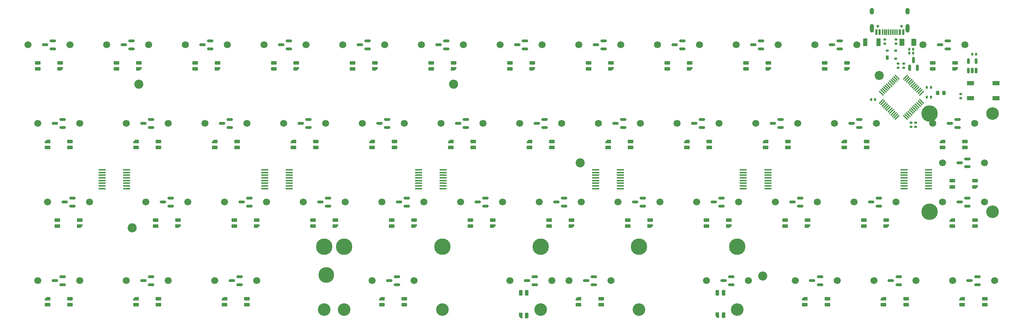
<source format=gbr>
%TF.GenerationSoftware,KiCad,Pcbnew,(7.0.0)*%
%TF.CreationDate,2023-09-24T22:25:07+02:00*%
%TF.ProjectId,vootington,766f6f74-696e-4677-946f-6e2e6b696361,rev?*%
%TF.SameCoordinates,Original*%
%TF.FileFunction,Soldermask,Bot*%
%TF.FilePolarity,Negative*%
%FSLAX46Y46*%
G04 Gerber Fmt 4.6, Leading zero omitted, Abs format (unit mm)*
G04 Created by KiCad (PCBNEW (7.0.0)) date 2023-09-24 22:25:07*
%MOMM*%
%LPD*%
G01*
G04 APERTURE LIST*
G04 Aperture macros list*
%AMRoundRect*
0 Rectangle with rounded corners*
0 $1 Rounding radius*
0 $2 $3 $4 $5 $6 $7 $8 $9 X,Y pos of 4 corners*
0 Add a 4 corners polygon primitive as box body*
4,1,4,$2,$3,$4,$5,$6,$7,$8,$9,$2,$3,0*
0 Add four circle primitives for the rounded corners*
1,1,$1+$1,$2,$3*
1,1,$1+$1,$4,$5*
1,1,$1+$1,$6,$7*
1,1,$1+$1,$8,$9*
0 Add four rect primitives between the rounded corners*
20,1,$1+$1,$2,$3,$4,$5,0*
20,1,$1+$1,$4,$5,$6,$7,0*
20,1,$1+$1,$6,$7,$8,$9,0*
20,1,$1+$1,$8,$9,$2,$3,0*%
%AMFreePoly0*
4,1,18,-0.410000,0.593000,-0.403758,0.624380,-0.385983,0.650983,-0.359380,0.668758,-0.328000,0.675000,0.328000,0.675000,0.359380,0.668758,0.385983,0.650983,0.403758,0.624380,0.410000,0.593000,0.410000,-0.593000,0.403758,-0.624380,0.385983,-0.650983,0.359380,-0.668758,0.328000,-0.675000,0.000000,-0.675000,-0.410000,-0.265000,-0.410000,0.593000,-0.410000,0.593000,$1*%
G04 Aperture macros list end*
%ADD10C,1.700000*%
%ADD11C,2.200000*%
%ADD12C,3.048000*%
%ADD13C,3.987800*%
%ADD14C,3.800000*%
%ADD15RoundRect,0.082000X-0.328000X-0.593000X0.328000X-0.593000X0.328000X0.593000X-0.328000X0.593000X0*%
%ADD16FreePoly0,0.000000*%
%ADD17RoundRect,0.150000X0.150000X-0.512500X0.150000X0.512500X-0.150000X0.512500X-0.150000X-0.512500X0*%
%ADD18RoundRect,0.150000X0.587500X0.150000X-0.587500X0.150000X-0.587500X-0.150000X0.587500X-0.150000X0*%
%ADD19R,1.778000X0.419100*%
%ADD20RoundRect,0.082000X-0.593000X0.328000X-0.593000X-0.328000X0.593000X-0.328000X0.593000X0.328000X0*%
%ADD21FreePoly0,270.000000*%
%ADD22RoundRect,0.082000X0.593000X-0.328000X0.593000X0.328000X-0.593000X0.328000X-0.593000X-0.328000X0*%
%ADD23FreePoly0,90.000000*%
%ADD24R,1.800000X1.100000*%
%ADD25RoundRect,0.075000X0.521491X-0.415425X-0.415425X0.521491X-0.521491X0.415425X0.415425X-0.521491X0*%
%ADD26RoundRect,0.075000X0.521491X0.415425X0.415425X0.521491X-0.521491X-0.415425X-0.415425X-0.521491X0*%
%ADD27RoundRect,0.140000X0.140000X0.170000X-0.140000X0.170000X-0.140000X-0.170000X0.140000X-0.170000X0*%
%ADD28RoundRect,0.135000X0.185000X-0.135000X0.185000X0.135000X-0.185000X0.135000X-0.185000X-0.135000X0*%
%ADD29RoundRect,0.140000X-0.170000X0.140000X-0.170000X-0.140000X0.170000X-0.140000X0.170000X0.140000X0*%
%ADD30R,0.700000X1.000000*%
%ADD31R,0.700000X0.600000*%
%ADD32RoundRect,0.140000X-0.140000X-0.170000X0.140000X-0.170000X0.140000X0.170000X-0.140000X0.170000X0*%
%ADD33C,0.650000*%
%ADD34R,0.600000X1.450000*%
%ADD35R,0.300000X1.450000*%
%ADD36O,1.000000X1.600000*%
%ADD37O,1.000000X2.100000*%
%ADD38RoundRect,0.140000X0.170000X-0.140000X0.170000X0.140000X-0.170000X0.140000X-0.170000X-0.140000X0*%
%ADD39RoundRect,0.250000X-0.275000X-0.700000X0.275000X-0.700000X0.275000X0.700000X-0.275000X0.700000X0*%
%ADD40RoundRect,0.225000X-0.225000X-0.250000X0.225000X-0.250000X0.225000X0.250000X-0.225000X0.250000X0*%
%ADD41RoundRect,0.150000X0.150000X-0.587500X0.150000X0.587500X-0.150000X0.587500X-0.150000X-0.587500X0*%
%ADD42RoundRect,0.250000X-0.375000X-0.625000X0.375000X-0.625000X0.375000X0.625000X-0.375000X0.625000X0*%
G04 APERTURE END LIST*
D10*
%TO.C,K_31*%
X155257500Y-79375000D03*
X165417500Y-79375000D03*
%TD*%
%TO.C,K_34*%
X212407500Y-79375000D03*
X222567500Y-79375000D03*
%TD*%
%TO.C,K_25*%
X36195000Y-79375000D03*
X46355000Y-79375000D03*
%TD*%
%TO.C,K_33*%
X193357500Y-79375000D03*
X203517500Y-79375000D03*
%TD*%
%TO.C,K_46*%
X255270000Y-98425000D03*
X265430000Y-98425000D03*
%TD*%
%TO.C,K_30*%
X136207500Y-79375000D03*
X146367500Y-79375000D03*
%TD*%
%TO.C,K_10*%
X202882500Y-41275000D03*
X213042500Y-41275000D03*
%TD*%
%TO.C,K_20*%
X169545000Y-60325000D03*
X179705000Y-60325000D03*
%TD*%
%TO.C,K_28*%
X98107500Y-79375000D03*
X108267500Y-79375000D03*
%TD*%
%TO.C,K_16*%
X93345000Y-60325000D03*
X103505000Y-60325000D03*
%TD*%
%TO.C,K_45*%
X236220000Y-98425000D03*
X246380000Y-98425000D03*
%TD*%
%TO.C,K_39*%
X76676250Y-98425000D03*
X86836250Y-98425000D03*
%TD*%
%TO.C,K_15*%
X74295000Y-60325000D03*
X84455000Y-60325000D03*
%TD*%
D11*
%TO.C,H4*%
X56715000Y-85573750D03*
%TD*%
D10*
%TO.C,K_26*%
X60007500Y-79375000D03*
X70167500Y-79375000D03*
%TD*%
%TO.C,K_35*%
X231457500Y-79375000D03*
X241617500Y-79375000D03*
%TD*%
%TO.C,K_17*%
X112395000Y-60325000D03*
X122555000Y-60325000D03*
%TD*%
%TO.C,K_23*%
X226695000Y-60325000D03*
X236855000Y-60325000D03*
%TD*%
%TO.C,K_3*%
X69532500Y-41275000D03*
X79692500Y-41275000D03*
%TD*%
%TO.C,K_32*%
X174307500Y-79375000D03*
X184467500Y-79375000D03*
%TD*%
%TO.C,K_37*%
X33813750Y-98425000D03*
X43973750Y-98425000D03*
%TD*%
%TO.C,K_12*%
X248126250Y-41275000D03*
X258286250Y-41275000D03*
%TD*%
%TO.C,K_4*%
X88582500Y-41275000D03*
X98742500Y-41275000D03*
%TD*%
%TO.C,K_27*%
X79057500Y-79375000D03*
X89217500Y-79375000D03*
%TD*%
%TO.C,K_8*%
X164782500Y-41275000D03*
X174942500Y-41275000D03*
%TD*%
%TO.C,K_1*%
X31432500Y-41275000D03*
X41592500Y-41275000D03*
%TD*%
D12*
%TO.C,S1*%
X131762500Y-105410000D03*
D13*
X131762500Y-90170000D03*
D12*
X107950000Y-105410000D03*
D13*
X107950000Y-90170000D03*
%TD*%
D11*
%TO.C,H7*%
X209309500Y-97302500D03*
%TD*%
D10*
%TO.C,K_40*%
X114776250Y-98425000D03*
X124936250Y-98425000D03*
%TD*%
%TO.C,K_9*%
X183832500Y-41275000D03*
X193992500Y-41275000D03*
%TD*%
%TO.C,K_11*%
X221932500Y-41275000D03*
X232092500Y-41275000D03*
%TD*%
D14*
%TO.C,H6*%
X103662500Y-97024000D03*
%TD*%
D13*
%TO.C,S4*%
X249713750Y-57943750D03*
X249713750Y-81756250D03*
D12*
X264953750Y-57943750D03*
X264953750Y-81756250D03*
%TD*%
D10*
%TO.C,K_18*%
X131445000Y-60325000D03*
X141605000Y-60325000D03*
%TD*%
%TO.C,K_41*%
X148107400Y-98425000D03*
X158267400Y-98425000D03*
%TD*%
%TO.C,K_13*%
X33813750Y-60325000D03*
X43973750Y-60325000D03*
%TD*%
%TO.C,K_5*%
X107632500Y-41275000D03*
X117792500Y-41275000D03*
%TD*%
%TO.C,K_36*%
X252888750Y-79375000D03*
X263048750Y-79375000D03*
%TD*%
D11*
%TO.C,H3*%
X237562500Y-48674000D03*
%TD*%
D12*
%TO.C,S2*%
X203193650Y-105410000D03*
D13*
X203193650Y-90170000D03*
D12*
X103181150Y-105410000D03*
D13*
X103181150Y-90170000D03*
%TD*%
D10*
%TO.C,K_6*%
X126682500Y-41275000D03*
X136842500Y-41275000D03*
%TD*%
%TO.C,K_42*%
X162401250Y-98425000D03*
X172561250Y-98425000D03*
%TD*%
%TO.C,K_29*%
X117157500Y-79375000D03*
X127317500Y-79375000D03*
%TD*%
%TO.C,K_47*%
X252888750Y-69850000D03*
X263048750Y-69850000D03*
%TD*%
%TO.C,K_22*%
X207645000Y-60325000D03*
X217805000Y-60325000D03*
%TD*%
%TO.C,K_21*%
X188595000Y-60325000D03*
X198755000Y-60325000D03*
%TD*%
%TO.C,K_14*%
X55245000Y-60325000D03*
X65405000Y-60325000D03*
%TD*%
%TO.C,K_44*%
X217170000Y-98425000D03*
X227330000Y-98425000D03*
%TD*%
%TO.C,K_24*%
X250507500Y-60325000D03*
X260667500Y-60325000D03*
%TD*%
%TO.C,K_19*%
X150495000Y-60325000D03*
X160655000Y-60325000D03*
%TD*%
%TO.C,K_43*%
X195738750Y-98425000D03*
X205898750Y-98425000D03*
%TD*%
%TO.C,K_7*%
X145732500Y-41275000D03*
X155892500Y-41275000D03*
%TD*%
D11*
%TO.C,H5*%
X165162500Y-69850000D03*
%TD*%
D10*
%TO.C,K_38*%
X55245000Y-98425000D03*
X65405000Y-98425000D03*
%TD*%
%TO.C,K_2*%
X50482500Y-41275000D03*
X60642500Y-41275000D03*
%TD*%
D12*
%TO.C,S3*%
X179387500Y-105410000D03*
D13*
X179387500Y-90170000D03*
D12*
X155575000Y-105410000D03*
D13*
X155575000Y-90170000D03*
%TD*%
D11*
%TO.C,H1*%
X58312500Y-50800000D03*
%TD*%
%TO.C,H2*%
X134512500Y-50800000D03*
%TD*%
D15*
%TO.C,D38*%
X152212750Y-101395000D03*
X150712750Y-101395000D03*
X152212750Y-106845000D03*
D16*
X150712749Y-106844999D03*
%TD*%
D17*
%TO.C,U46*%
X260982500Y-47492500D03*
X260032500Y-47492500D03*
X259082500Y-47492500D03*
X259082500Y-45217500D03*
X260982500Y-45217500D03*
%TD*%
D18*
%TO.C,U45*%
X258906250Y-68900000D03*
X258906250Y-70800000D03*
X257031250Y-69850000D03*
%TD*%
D19*
%TO.C,U53*%
X210569635Y-71563904D03*
X210569635Y-72214144D03*
X210569635Y-72864384D03*
X210569635Y-73514624D03*
X210569635Y-74159784D03*
X210569635Y-74810024D03*
X210569635Y-75460264D03*
X210569635Y-76110504D03*
X204620955Y-76110504D03*
X204620955Y-75460264D03*
X204620955Y-74810024D03*
X204620955Y-74159784D03*
X204620955Y-73514624D03*
X204620955Y-72864384D03*
X204620955Y-72214144D03*
X204620955Y-71563904D03*
%TD*%
D20*
%TO.C,D42*%
X41618750Y-104279000D03*
X41618750Y-102779000D03*
X36168750Y-104279000D03*
D21*
X36168749Y-102778999D03*
%TD*%
D18*
%TO.C,U43*%
X201756250Y-97475000D03*
X201756250Y-99375000D03*
X199881250Y-98425000D03*
%TD*%
D22*
%TO.C,D6*%
X109987500Y-45629000D03*
X109987500Y-47129000D03*
X115437500Y-45629000D03*
D23*
X115437499Y-47128999D03*
%TD*%
D18*
%TO.C,U39*%
X39831250Y-97475000D03*
X39831250Y-99375000D03*
X37956250Y-98425000D03*
%TD*%
D22*
%TO.C,D32*%
X38550000Y-83729000D03*
X38550000Y-85229000D03*
X44000000Y-83729000D03*
D23*
X43999999Y-85228999D03*
%TD*%
D18*
%TO.C,U9*%
X151750000Y-40325000D03*
X151750000Y-42225000D03*
X149875000Y-41275000D03*
%TD*%
D22*
%TO.C,D29*%
X214762500Y-83729000D03*
X214762500Y-85229000D03*
X220212500Y-83729000D03*
D23*
X220212499Y-85228999D03*
%TD*%
D20*
%TO.C,D45*%
X263075000Y-104279000D03*
X263075000Y-102779000D03*
X257625000Y-104279000D03*
D21*
X257624999Y-102778999D03*
%TD*%
D18*
%TO.C,U35*%
X85075000Y-78425000D03*
X85075000Y-80325000D03*
X83200000Y-79375000D03*
%TD*%
%TO.C,U48*%
X120793750Y-97475000D03*
X120793750Y-99375000D03*
X118918750Y-98425000D03*
%TD*%
D24*
%TO.C,SW1*%
X265831249Y-50537499D03*
X259631249Y-50537499D03*
X265831249Y-54237499D03*
X259631249Y-54237499D03*
%TD*%
D25*
%TO.C,U59*%
X247775376Y-54973788D03*
X247421822Y-55327342D03*
X247068269Y-55680895D03*
X246714715Y-56034449D03*
X246361162Y-56388002D03*
X246007609Y-56741555D03*
X245654055Y-57095109D03*
X245300502Y-57448662D03*
X244946949Y-57802215D03*
X244593395Y-58155769D03*
X244239842Y-58509322D03*
X243886288Y-58862876D03*
D26*
X241888712Y-58862876D03*
X241535158Y-58509322D03*
X241181605Y-58155769D03*
X240828051Y-57802215D03*
X240474498Y-57448662D03*
X240120945Y-57095109D03*
X239767391Y-56741555D03*
X239413838Y-56388002D03*
X239060285Y-56034449D03*
X238706731Y-55680895D03*
X238353178Y-55327342D03*
X237999624Y-54973788D03*
D25*
X237999624Y-52976212D03*
X238353178Y-52622658D03*
X238706731Y-52269105D03*
X239060285Y-51915551D03*
X239413838Y-51561998D03*
X239767391Y-51208445D03*
X240120945Y-50854891D03*
X240474498Y-50501338D03*
X240828051Y-50147785D03*
X241181605Y-49794231D03*
X241535158Y-49440678D03*
X241888712Y-49087124D03*
D26*
X243886288Y-49087124D03*
X244239842Y-49440678D03*
X244593395Y-49794231D03*
X244946949Y-50147785D03*
X245300502Y-50501338D03*
X245654055Y-50854891D03*
X246007609Y-51208445D03*
X246361162Y-51561998D03*
X246714715Y-51915551D03*
X247068269Y-52269105D03*
X247421822Y-52622658D03*
X247775376Y-52976212D03*
%TD*%
D22*
%TO.C,D10*%
X186187500Y-45629000D03*
X186187500Y-47129000D03*
X191637500Y-45629000D03*
D23*
X191637499Y-47128999D03*
%TD*%
D27*
%TO.C,C6*%
X245774634Y-42346718D03*
X244814634Y-42346718D03*
%TD*%
D20*
%TO.C,D40*%
X84481250Y-104279000D03*
X84481250Y-102779000D03*
X79031250Y-104279000D03*
D21*
X79031249Y-102778999D03*
%TD*%
D28*
%TO.C,R3*%
X238918750Y-40991250D03*
X238918750Y-39971250D03*
%TD*%
D29*
%TO.C,C29*%
X246345055Y-60165152D03*
X246345055Y-61125152D03*
%TD*%
D20*
%TO.C,D18*%
X63050000Y-66179000D03*
X63050000Y-64679000D03*
X57600000Y-66179000D03*
D21*
X57599999Y-64678999D03*
%TD*%
D20*
%TO.C,D16*%
X101150000Y-66179000D03*
X101150000Y-64679000D03*
X95700000Y-66179000D03*
D21*
X95699999Y-64678999D03*
%TD*%
D18*
%TO.C,U37*%
X199375000Y-78425000D03*
X199375000Y-80325000D03*
X197500000Y-79375000D03*
%TD*%
%TO.C,U18*%
X137462500Y-59375000D03*
X137462500Y-61275000D03*
X135587500Y-60325000D03*
%TD*%
D30*
%TO.C,U58*%
X239506249Y-44406249D03*
D31*
X239506249Y-42706249D03*
X241506249Y-42706249D03*
X241506249Y-44606249D03*
%TD*%
D18*
%TO.C,U11*%
X227950000Y-40325000D03*
X227950000Y-42225000D03*
X226075000Y-41275000D03*
%TD*%
%TO.C,U22*%
X256525000Y-59375000D03*
X256525000Y-61275000D03*
X254650000Y-60325000D03*
%TD*%
%TO.C,U19*%
X156512500Y-59375000D03*
X156512500Y-61275000D03*
X154637500Y-60325000D03*
%TD*%
D32*
%TO.C,C4*%
X244819051Y-43317532D03*
X245779051Y-43317532D03*
%TD*%
D22*
%TO.C,D4*%
X71887500Y-45629000D03*
X71887500Y-47129000D03*
X77337500Y-45629000D03*
D23*
X77337499Y-47128999D03*
%TD*%
D20*
%TO.C,D15*%
X120200000Y-66179000D03*
X120200000Y-64679000D03*
X114750000Y-66179000D03*
D21*
X114749999Y-64678999D03*
%TD*%
D20*
%TO.C,D22*%
X215450000Y-66179000D03*
X215450000Y-64679000D03*
X210000000Y-66179000D03*
D21*
X209999999Y-64678999D03*
%TD*%
D22*
%TO.C,D31*%
X255243750Y-74204000D03*
X255243750Y-75704000D03*
X260693750Y-74204000D03*
D23*
X260693749Y-75703999D03*
%TD*%
D18*
%TO.C,U30*%
X142225000Y-78425000D03*
X142225000Y-80325000D03*
X140350000Y-79375000D03*
%TD*%
D22*
%TO.C,D2*%
X33787500Y-45629000D03*
X33787500Y-47129000D03*
X39237500Y-45629000D03*
D23*
X39237499Y-47128999D03*
%TD*%
D18*
%TO.C,U8*%
X132700000Y-40325000D03*
X132700000Y-42225000D03*
X130825000Y-41275000D03*
%TD*%
D29*
%TO.C,C11*%
X245268750Y-60158750D03*
X245268750Y-61118750D03*
%TD*%
D18*
%TO.C,U41*%
X154131250Y-97475000D03*
X154131250Y-99375000D03*
X152256250Y-98425000D03*
%TD*%
D28*
%TO.C,R4*%
X241553411Y-40991249D03*
X241553411Y-39971249D03*
%TD*%
D20*
%TO.C,D19*%
X41618750Y-66179000D03*
X41618750Y-64679000D03*
X36168750Y-66179000D03*
D21*
X36168749Y-64678999D03*
%TD*%
D22*
%TO.C,D28*%
X195712500Y-83729000D03*
X195712500Y-85229000D03*
X201162500Y-83729000D03*
D23*
X201162499Y-85228999D03*
%TD*%
D18*
%TO.C,U29*%
X123175000Y-78425000D03*
X123175000Y-80325000D03*
X121300000Y-79375000D03*
%TD*%
D22*
%TO.C,D12*%
X224287500Y-45629000D03*
X224287500Y-47129000D03*
X229737500Y-45629000D03*
D23*
X229737499Y-47128999D03*
%TD*%
D18*
%TO.C,U47*%
X82693750Y-97475000D03*
X82693750Y-99375000D03*
X80818750Y-98425000D03*
%TD*%
D27*
%TO.C,C1*%
X236541368Y-54558187D03*
X235581368Y-54558187D03*
%TD*%
D15*
%TO.C,D48*%
X199825749Y-101338000D03*
X198325749Y-101338000D03*
X199825749Y-106788000D03*
D16*
X198325748Y-106787999D03*
%TD*%
D18*
%TO.C,U32*%
X180325000Y-78425000D03*
X180325000Y-80325000D03*
X178450000Y-79375000D03*
%TD*%
%TO.C,U28*%
X66025000Y-78425000D03*
X66025000Y-80325000D03*
X64150000Y-79375000D03*
%TD*%
D19*
%TO.C,U57*%
X55361839Y-71545449D03*
X55361839Y-72195689D03*
X55361839Y-72845929D03*
X55361839Y-73496169D03*
X55361839Y-74141329D03*
X55361839Y-74791569D03*
X55361839Y-75441809D03*
X55361839Y-76092049D03*
X49413159Y-76092049D03*
X49413159Y-75441809D03*
X49413159Y-74791569D03*
X49413159Y-74141329D03*
X49413159Y-73496169D03*
X49413159Y-72845929D03*
X49413159Y-72195689D03*
X49413159Y-71545449D03*
%TD*%
D18*
%TO.C,U4*%
X37450000Y-40325000D03*
X37450000Y-42225000D03*
X35575000Y-41275000D03*
%TD*%
%TO.C,U33*%
X237475000Y-78425000D03*
X237475000Y-80325000D03*
X235600000Y-79375000D03*
%TD*%
%TO.C,U50*%
X261287500Y-97475000D03*
X261287500Y-99375000D03*
X259412500Y-98425000D03*
%TD*%
%TO.C,U40*%
X61262500Y-97475000D03*
X61262500Y-99375000D03*
X59387500Y-98425000D03*
%TD*%
%TO.C,U7*%
X113650000Y-40325000D03*
X113650000Y-42225000D03*
X111775000Y-41275000D03*
%TD*%
%TO.C,U36*%
X104125000Y-78425000D03*
X104125000Y-80325000D03*
X102250000Y-79375000D03*
%TD*%
%TO.C,U5*%
X56500000Y-40325000D03*
X56500000Y-42225000D03*
X54625000Y-41275000D03*
%TD*%
D33*
%TO.C,J2*%
X237203500Y-36731250D03*
X242983500Y-36731250D03*
D34*
X236843499Y-38176249D03*
X237643499Y-38176249D03*
D35*
X238843499Y-38176249D03*
X239843499Y-38176249D03*
X240343499Y-38176249D03*
X241343499Y-38176249D03*
D34*
X242543499Y-38176249D03*
X243343499Y-38176249D03*
X243343499Y-38176249D03*
X242543499Y-38176249D03*
D35*
X241843499Y-38176249D03*
X240843499Y-38176249D03*
X239343499Y-38176249D03*
X238343499Y-38176249D03*
D34*
X237643499Y-38176249D03*
X236843499Y-38176249D03*
D36*
X235773499Y-33081249D03*
D37*
X235773499Y-37261249D03*
D36*
X244413499Y-33081249D03*
D37*
X244413499Y-37261249D03*
%TD*%
D18*
%TO.C,U10*%
X170800000Y-40325000D03*
X170800000Y-42225000D03*
X168925000Y-41275000D03*
%TD*%
%TO.C,U44*%
X223187500Y-97475000D03*
X223187500Y-99375000D03*
X221312500Y-98425000D03*
%TD*%
D20*
%TO.C,D47*%
X224975000Y-104279000D03*
X224975000Y-102779000D03*
X219525000Y-104279000D03*
D21*
X219524999Y-102778999D03*
%TD*%
D19*
%TO.C,U54*%
X174850885Y-71543434D03*
X174850885Y-72193674D03*
X174850885Y-72843914D03*
X174850885Y-73494154D03*
X174850885Y-74139314D03*
X174850885Y-74789554D03*
X174850885Y-75439794D03*
X174850885Y-76090034D03*
X168902205Y-76090034D03*
X168902205Y-75439794D03*
X168902205Y-74789554D03*
X168902205Y-74139314D03*
X168902205Y-73494154D03*
X168902205Y-72843914D03*
X168902205Y-72193674D03*
X168902205Y-71543434D03*
%TD*%
D22*
%TO.C,D13*%
X250481250Y-45629000D03*
X250481250Y-47129000D03*
X255931250Y-45629000D03*
D23*
X255931249Y-47128999D03*
%TD*%
D20*
%TO.C,D17*%
X82100000Y-66179000D03*
X82100000Y-64679000D03*
X76650000Y-66179000D03*
D21*
X76649999Y-64678999D03*
%TD*%
D18*
%TO.C,U16*%
X61262500Y-59375000D03*
X61262500Y-61275000D03*
X59387500Y-60325000D03*
%TD*%
%TO.C,U23*%
X80312500Y-59375000D03*
X80312500Y-61275000D03*
X78437500Y-60325000D03*
%TD*%
D38*
%TO.C,C2*%
X242093750Y-46807472D03*
X242093750Y-45847472D03*
%TD*%
D20*
%TO.C,D21*%
X234500000Y-66179000D03*
X234500000Y-64679000D03*
X229050000Y-66179000D03*
D21*
X229049999Y-64678999D03*
%TD*%
D18*
%TO.C,U17*%
X118412500Y-59375000D03*
X118412500Y-61275000D03*
X116537500Y-60325000D03*
%TD*%
D32*
%TO.C,C10*%
X249071250Y-51593750D03*
X250031250Y-51593750D03*
%TD*%
D18*
%TO.C,U20*%
X175562500Y-59375000D03*
X175562500Y-61275000D03*
X173687500Y-60325000D03*
%TD*%
D29*
%TO.C,C5*%
X243424261Y-45847472D03*
X243424261Y-46807472D03*
%TD*%
D22*
%TO.C,D11*%
X205237500Y-45629000D03*
X205237500Y-47129000D03*
X210687500Y-45629000D03*
D23*
X210687499Y-47128999D03*
%TD*%
D28*
%TO.C,R5*%
X257250000Y-54237500D03*
X257250000Y-53217500D03*
%TD*%
D22*
%TO.C,D7*%
X129037500Y-45629000D03*
X129037500Y-47129000D03*
X134487500Y-45629000D03*
D23*
X134487499Y-47128999D03*
%TD*%
D20*
%TO.C,D25*%
X158300000Y-66179000D03*
X158300000Y-64679000D03*
X152850000Y-66179000D03*
D21*
X152849999Y-64678999D03*
%TD*%
D22*
%TO.C,D35*%
X100462500Y-83729000D03*
X100462500Y-85229000D03*
X105912500Y-83729000D03*
D23*
X105912499Y-85228999D03*
%TD*%
D22*
%TO.C,D30*%
X233812500Y-83729000D03*
X233812500Y-85229000D03*
X239262500Y-83729000D03*
D23*
X239262499Y-85228999D03*
%TD*%
D22*
%TO.C,D5*%
X90937500Y-45629000D03*
X90937500Y-47129000D03*
X96387500Y-45629000D03*
D23*
X96387499Y-47128999D03*
%TD*%
D19*
%TO.C,U51*%
X249463385Y-71563904D03*
X249463385Y-72214144D03*
X249463385Y-72864384D03*
X249463385Y-73514624D03*
X249463385Y-74159784D03*
X249463385Y-74810024D03*
X249463385Y-75460264D03*
X249463385Y-76110504D03*
X243514705Y-76110504D03*
X243514705Y-75460264D03*
X243514705Y-74810024D03*
X243514705Y-74159784D03*
X243514705Y-73514624D03*
X243514705Y-72864384D03*
X243514705Y-72214144D03*
X243514705Y-71563904D03*
%TD*%
D39*
%TO.C,L1*%
X234168750Y-40640000D03*
X237318750Y-40640000D03*
%TD*%
D20*
%TO.C,D46*%
X244025000Y-104279000D03*
X244025000Y-102779000D03*
X238575000Y-104279000D03*
D21*
X238574999Y-102778999D03*
%TD*%
D22*
%TO.C,D34*%
X81412500Y-83729000D03*
X81412500Y-85229000D03*
X86862500Y-83729000D03*
D23*
X86862499Y-85228999D03*
%TD*%
D20*
%TO.C,D44*%
X260693750Y-85229000D03*
X260693750Y-83729000D03*
X255243750Y-85229000D03*
D21*
X255243749Y-83728999D03*
%TD*%
D22*
%TO.C,D26*%
X157612500Y-83729000D03*
X157612500Y-85229000D03*
X163062500Y-83729000D03*
D23*
X163062499Y-85228999D03*
%TD*%
D32*
%TO.C,C12*%
X249071250Y-53975000D03*
X250031250Y-53975000D03*
%TD*%
D22*
%TO.C,D37*%
X138562500Y-83729000D03*
X138562500Y-85229000D03*
X144012500Y-83729000D03*
D23*
X144012499Y-85228999D03*
%TD*%
D18*
%TO.C,U15*%
X39831250Y-59375000D03*
X39831250Y-61275000D03*
X37956250Y-60325000D03*
%TD*%
%TO.C,U6*%
X94600000Y-40325000D03*
X94600000Y-42225000D03*
X92725000Y-41275000D03*
%TD*%
%TO.C,U13*%
X189850000Y-40325000D03*
X189850000Y-42225000D03*
X187975000Y-41275000D03*
%TD*%
%TO.C,U49*%
X242237500Y-97475000D03*
X242237500Y-99375000D03*
X240362500Y-98425000D03*
%TD*%
D22*
%TO.C,D9*%
X167137500Y-45629000D03*
X167137500Y-47129000D03*
X172587500Y-45629000D03*
D23*
X172587499Y-47128999D03*
%TD*%
D18*
%TO.C,U21*%
X232712500Y-59375000D03*
X232712500Y-61275000D03*
X230837500Y-60325000D03*
%TD*%
%TO.C,U24*%
X99362500Y-59375000D03*
X99362500Y-61275000D03*
X97487500Y-60325000D03*
%TD*%
%TO.C,U42*%
X168418750Y-97475000D03*
X168418750Y-99375000D03*
X166543750Y-98425000D03*
%TD*%
D20*
%TO.C,D14*%
X139250000Y-66179000D03*
X139250000Y-64679000D03*
X133800000Y-66179000D03*
D21*
X133799999Y-64678999D03*
%TD*%
D18*
%TO.C,U38*%
X218425000Y-78425000D03*
X218425000Y-80325000D03*
X216550000Y-79375000D03*
%TD*%
%TO.C,U12*%
X254143750Y-40325000D03*
X254143750Y-42225000D03*
X252268750Y-41275000D03*
%TD*%
D22*
%TO.C,D8*%
X148087500Y-45629000D03*
X148087500Y-47129000D03*
X153537500Y-45629000D03*
D23*
X153537499Y-47128999D03*
%TD*%
D18*
%TO.C,U26*%
X213662500Y-59375000D03*
X213662500Y-61275000D03*
X211787500Y-60325000D03*
%TD*%
D20*
%TO.C,D20*%
X258312500Y-66179000D03*
X258312500Y-64679000D03*
X252862500Y-66179000D03*
D21*
X252862499Y-64678999D03*
%TD*%
D20*
%TO.C,D24*%
X177350000Y-66179000D03*
X177350000Y-64679000D03*
X171900000Y-66179000D03*
D21*
X171899999Y-64678999D03*
%TD*%
D40*
%TO.C,C13*%
X251634461Y-52925494D03*
X253184461Y-52925494D03*
%TD*%
D22*
%TO.C,D36*%
X119512500Y-83729000D03*
X119512500Y-85229000D03*
X124962500Y-83729000D03*
D23*
X124962499Y-85228999D03*
%TD*%
D18*
%TO.C,U25*%
X194612500Y-59375000D03*
X194612500Y-61275000D03*
X192737500Y-60325000D03*
%TD*%
%TO.C,U31*%
X161275000Y-78425000D03*
X161275000Y-80325000D03*
X159400000Y-79375000D03*
%TD*%
%TO.C,U27*%
X42212500Y-78425000D03*
X42212500Y-80325000D03*
X40337500Y-79375000D03*
%TD*%
D19*
%TO.C,U56*%
X94682135Y-71545449D03*
X94682135Y-72195689D03*
X94682135Y-72845929D03*
X94682135Y-73496169D03*
X94682135Y-74141329D03*
X94682135Y-74791569D03*
X94682135Y-75441809D03*
X94682135Y-76092049D03*
X88733455Y-76092049D03*
X88733455Y-75441809D03*
X88733455Y-74791569D03*
X88733455Y-74141329D03*
X88733455Y-73496169D03*
X88733455Y-72845929D03*
X88733455Y-72195689D03*
X88733455Y-71545449D03*
%TD*%
D18*
%TO.C,U34*%
X258906250Y-78425000D03*
X258906250Y-80325000D03*
X257031250Y-79375000D03*
%TD*%
D19*
%TO.C,U55*%
X131988385Y-71543434D03*
X131988385Y-72193674D03*
X131988385Y-72843914D03*
X131988385Y-73494154D03*
X131988385Y-74139314D03*
X131988385Y-74789554D03*
X131988385Y-75439794D03*
X131988385Y-76090034D03*
X126039705Y-76090034D03*
X126039705Y-75439794D03*
X126039705Y-74789554D03*
X126039705Y-74139314D03*
X126039705Y-73494154D03*
X126039705Y-72843914D03*
X126039705Y-72193674D03*
X126039705Y-71543434D03*
%TD*%
D32*
%TO.C,C3*%
X260060500Y-43561000D03*
X261020500Y-43561000D03*
%TD*%
D18*
%TO.C,U14*%
X208900000Y-40325000D03*
X208900000Y-42225000D03*
X207025000Y-41275000D03*
%TD*%
D41*
%TO.C,U52*%
X246755511Y-46807472D03*
X244855511Y-46807472D03*
X245805511Y-44932472D03*
%TD*%
D20*
%TO.C,D49*%
X170206250Y-104279000D03*
X170206250Y-102779000D03*
X164756250Y-104279000D03*
D21*
X164756249Y-102778999D03*
%TD*%
D42*
%TO.C,F2*%
X243075000Y-40640000D03*
X245875000Y-40640000D03*
%TD*%
D22*
%TO.C,D3*%
X52837500Y-45629000D03*
X52837500Y-47129000D03*
X58287500Y-45629000D03*
D23*
X58287499Y-47128999D03*
%TD*%
D18*
%TO.C,U2*%
X75550000Y-40325000D03*
X75550000Y-42225000D03*
X73675000Y-41275000D03*
%TD*%
D22*
%TO.C,D27*%
X176662500Y-83729000D03*
X176662500Y-85229000D03*
X182112500Y-83729000D03*
D23*
X182112499Y-85228999D03*
%TD*%
D22*
%TO.C,D33*%
X62362500Y-83729000D03*
X62362500Y-85229000D03*
X67812500Y-83729000D03*
D23*
X67812499Y-85228999D03*
%TD*%
D20*
%TO.C,D41*%
X63050000Y-104279000D03*
X63050000Y-102779000D03*
X57600000Y-104279000D03*
D21*
X57599999Y-102778999D03*
%TD*%
D20*
%TO.C,D23*%
X196400000Y-66179000D03*
X196400000Y-64679000D03*
X190950000Y-66179000D03*
D21*
X190949999Y-64678999D03*
%TD*%
D20*
%TO.C,D39*%
X122581250Y-104279000D03*
X122581250Y-102779000D03*
X117131250Y-104279000D03*
D21*
X117131249Y-102778999D03*
%TD*%
M02*

</source>
